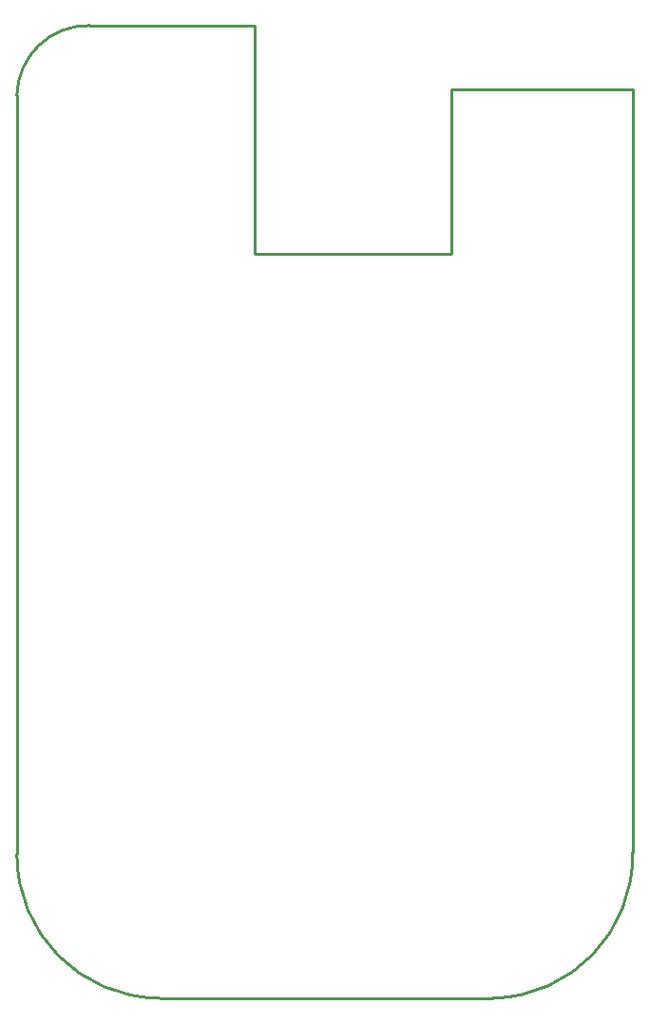
<source format=gko>
%FSLAX43Y43*%
%MOMM*%
G71*
G01*
G75*
G04 Layer_Color=14795724*
%ADD10C,1.000*%
%ADD11R,1.000X0.900*%
%ADD12R,0.900X1.000*%
%ADD13R,1.300X1.400*%
G04:AMPARAMS|DCode=14|XSize=1mm|YSize=1.5mm|CornerRadius=0.25mm|HoleSize=0mm|Usage=FLASHONLY|Rotation=90.000|XOffset=0mm|YOffset=0mm|HoleType=Round|Shape=RoundedRectangle|*
%AMROUNDEDRECTD14*
21,1,1.000,1.000,0,0,90.0*
21,1,0.500,1.500,0,0,90.0*
1,1,0.500,0.500,0.250*
1,1,0.500,0.500,-0.250*
1,1,0.500,-0.500,-0.250*
1,1,0.500,-0.500,0.250*
%
%ADD14ROUNDEDRECTD14*%
%ADD15R,0.800X0.800*%
G04:AMPARAMS|DCode=16|XSize=1.45mm|YSize=1.25mm|CornerRadius=0.313mm|HoleSize=0mm|Usage=FLASHONLY|Rotation=90.000|XOffset=0mm|YOffset=0mm|HoleType=Round|Shape=RoundedRectangle|*
%AMROUNDEDRECTD16*
21,1,1.450,0.625,0,0,90.0*
21,1,0.825,1.250,0,0,90.0*
1,1,0.625,0.313,0.412*
1,1,0.625,0.313,-0.412*
1,1,0.625,-0.313,-0.412*
1,1,0.625,-0.313,0.412*
%
%ADD16ROUNDEDRECTD16*%
%ADD17R,1.500X0.600*%
%ADD18R,0.813X0.914*%
%ADD19R,0.650X0.400*%
%ADD20R,0.800X0.800*%
%ADD21R,1.400X1.300*%
%ADD22R,3.300X2.400*%
%ADD23R,0.950X2.400*%
%ADD24O,0.800X0.250*%
%ADD25O,0.250X0.800*%
%ADD26R,3.450X3.450*%
%ADD27R,1.700X1.250*%
%ADD28R,2.000X1.800*%
%ADD29C,0.254*%
%ADD30C,0.500*%
%ADD31C,0.889*%
%ADD32C,1.270*%
%ADD33C,0.635*%
%ADD34C,0.300*%
%ADD35C,0.381*%
%ADD36R,1.700X1.700*%
%ADD37C,1.700*%
%ADD38C,1.300*%
%ADD39C,1.420*%
%ADD40R,1.420X1.420*%
%ADD41C,3.175*%
%ADD42C,0.800*%
%ADD43C,0.900*%
%ADD44C,0.200*%
%ADD45C,0.250*%
%ADD46C,0.600*%
%ADD47C,0.400*%
%ADD48C,0.100*%
%ADD49C,0.127*%
%ADD50C,3.000*%
%ADD51C,1.100*%
%ADD52R,1.100X1.000*%
%ADD53R,1.000X1.100*%
%ADD54R,1.400X1.500*%
G04:AMPARAMS|DCode=55|XSize=1.1mm|YSize=1.6mm|CornerRadius=0.3mm|HoleSize=0mm|Usage=FLASHONLY|Rotation=90.000|XOffset=0mm|YOffset=0mm|HoleType=Round|Shape=RoundedRectangle|*
%AMROUNDEDRECTD55*
21,1,1.100,1.000,0,0,90.0*
21,1,0.500,1.600,0,0,90.0*
1,1,0.600,0.500,0.250*
1,1,0.600,0.500,-0.250*
1,1,0.600,-0.500,-0.250*
1,1,0.600,-0.500,0.250*
%
%ADD55ROUNDEDRECTD55*%
%ADD56R,0.900X0.900*%
G04:AMPARAMS|DCode=57|XSize=1.55mm|YSize=1.35mm|CornerRadius=0.362mm|HoleSize=0mm|Usage=FLASHONLY|Rotation=90.000|XOffset=0mm|YOffset=0mm|HoleType=Round|Shape=RoundedRectangle|*
%AMROUNDEDRECTD57*
21,1,1.550,0.625,0,0,90.0*
21,1,0.825,1.350,0,0,90.0*
1,1,0.725,0.313,0.412*
1,1,0.725,0.313,-0.412*
1,1,0.725,-0.313,-0.412*
1,1,0.725,-0.313,0.412*
%
%ADD57ROUNDEDRECTD57*%
%ADD58R,1.600X0.700*%
%ADD59R,0.913X1.014*%
%ADD60R,0.750X0.500*%
%ADD61R,0.900X0.900*%
%ADD62R,1.500X1.400*%
%ADD63R,3.400X2.500*%
%ADD64R,1.050X2.500*%
%ADD65O,0.900X0.350*%
%ADD66O,0.350X0.900*%
%ADD67R,3.550X3.550*%
%ADD68R,1.800X1.350*%
%ADD69R,2.100X1.900*%
%ADD70R,1.800X1.800*%
%ADD71C,1.800*%
%ADD72C,1.400*%
%ADD73C,1.520*%
%ADD74R,1.520X1.520*%
%ADD75C,3.275*%
D29*
X55118Y73025D02*
G03*
X67818Y60198I12764J-64D01*
G01*
X97536D02*
G03*
X109982Y73152I-254J12700D01*
G01*
X61595Y146812D02*
G03*
X55118Y140589I-127J-6350D01*
G01*
X67818Y60198D02*
X97536D01*
X109982Y73152D02*
Y141097D01*
X93853D02*
X109982D01*
X93853Y126492D02*
Y141097D01*
X76327Y126492D02*
X93853D01*
X76327D02*
Y146812D01*
X61595D02*
X76327D01*
X55118Y73025D02*
Y140589D01*
M02*

</source>
